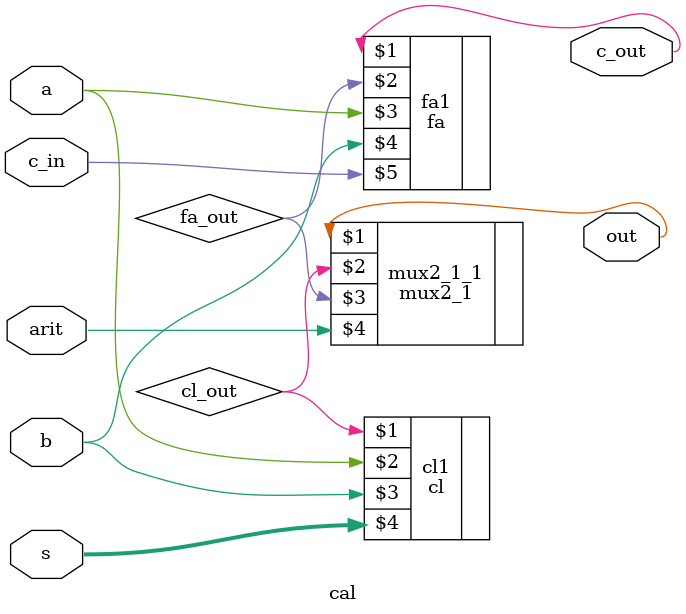
<source format=v>

module cal(output wire out, c_out, input wire a, b, arit, c_in, input wire [1:0] s);
  //Declaración de conexiones o variables internas:
  wire fa_out, cl_out;
  //Estructura interna: Instancias de puertas y sus conexiones
  cl cl1(cl_out, a, b, s);
  fa fa1(c_out, fa_out, a, b, c_in);
  mux2_1 mux2_1_1(out, cl_out, fa_out, arit);
endmodule

</source>
